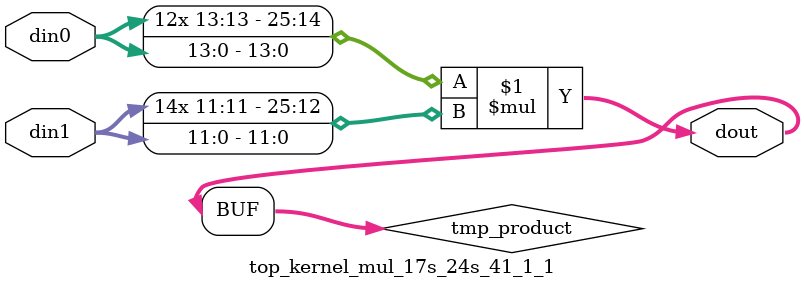
<source format=v>

`timescale 1 ns / 1 ps

 module top_kernel_mul_17s_24s_41_1_1(din0, din1, dout);
parameter ID = 1;
parameter NUM_STAGE = 0;
parameter din0_WIDTH = 14;
parameter din1_WIDTH = 12;
parameter dout_WIDTH = 26;

input [din0_WIDTH - 1 : 0] din0; 
input [din1_WIDTH - 1 : 0] din1; 
output [dout_WIDTH - 1 : 0] dout;

wire signed [dout_WIDTH - 1 : 0] tmp_product;



























assign tmp_product = $signed(din0) * $signed(din1);








assign dout = tmp_product;





















endmodule

</source>
